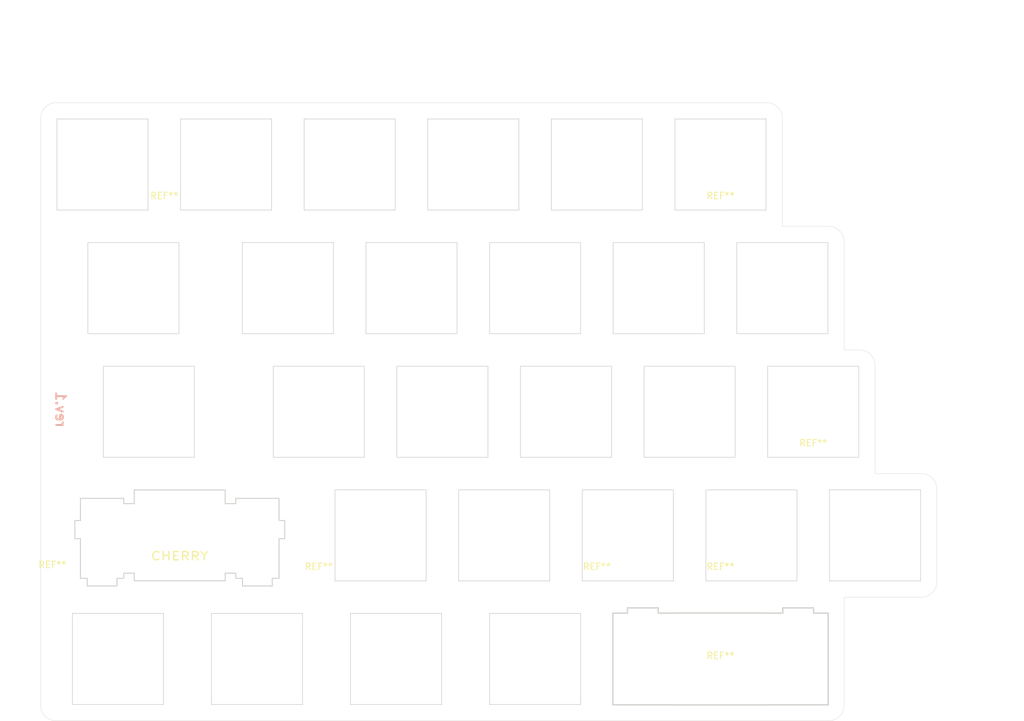
<source format=kicad_pcb>
(kicad_pcb (version 20171130) (host pcbnew 5.1.2-f72e74a~84~ubuntu18.04.1)

  (general
    (thickness 1.6)
    (drawings 23)
    (tracks 0)
    (zones 0)
    (modules 36)
    (nets 1)
  )

  (page A4)
  (layers
    (0 F.Cu signal)
    (31 B.Cu signal)
    (32 B.Adhes user)
    (33 F.Adhes user)
    (34 B.Paste user)
    (35 F.Paste user)
    (36 B.SilkS user)
    (37 F.SilkS user)
    (38 B.Mask user)
    (39 F.Mask user)
    (40 Dwgs.User user)
    (41 Cmts.User user)
    (42 Eco1.User user)
    (43 Eco2.User user)
    (44 Edge.Cuts user)
    (45 Margin user)
    (46 B.CrtYd user)
    (47 F.CrtYd user)
    (48 B.Fab user)
    (49 F.Fab user)
  )

  (setup
    (last_trace_width 0.25)
    (trace_clearance 0.2)
    (zone_clearance 0.508)
    (zone_45_only no)
    (trace_min 0.2)
    (via_size 0.8)
    (via_drill 0.4)
    (via_min_size 0.4)
    (via_min_drill 0.3)
    (uvia_size 0.3)
    (uvia_drill 0.1)
    (uvias_allowed no)
    (uvia_min_size 0.2)
    (uvia_min_drill 0.1)
    (edge_width 0.05)
    (segment_width 0.2)
    (pcb_text_width 0.3)
    (pcb_text_size 1.5 1.5)
    (mod_edge_width 0.12)
    (mod_text_size 1 1)
    (mod_text_width 0.15)
    (pad_size 3.7 3.7)
    (pad_drill 3.7)
    (pad_to_mask_clearance 0.051)
    (solder_mask_min_width 0.25)
    (aux_axis_origin 0 0)
    (grid_origin 80.75 57)
    (visible_elements FFFFFF7F)
    (pcbplotparams
      (layerselection 0x01050_fffffffe)
      (usegerberextensions true)
      (usegerberattributes false)
      (usegerberadvancedattributes false)
      (creategerberjobfile false)
      (excludeedgelayer true)
      (linewidth 0.100000)
      (plotframeref false)
      (viasonmask false)
      (mode 1)
      (useauxorigin false)
      (hpglpennumber 1)
      (hpglpenspeed 20)
      (hpglpendiameter 15.000000)
      (psnegative false)
      (psa4output false)
      (plotreference true)
      (plotvalue true)
      (plotinvisibletext false)
      (padsonsilk false)
      (subtractmaskfromsilk true)
      (outputformat 1)
      (mirror false)
      (drillshape 0)
      (scaleselection 1)
      (outputdirectory "../../tmp/top-left/"))
  )

  (net 0 "")

  (net_class Default "これはデフォルトのネット クラスです。"
    (clearance 0.2)
    (trace_width 0.25)
    (via_dia 0.8)
    (via_drill 0.4)
    (uvia_dia 0.3)
    (uvia_drill 0.1)
  )

  (net_class Power ""
    (clearance 0.2)
    (trace_width 0.5)
    (via_dia 0.8)
    (via_drill 0.4)
    (uvia_dia 0.3)
    (uvia_drill 0.1)
  )

  (module lib:MX_CUTOUT (layer F.Cu) (tedit 5BCAE12D) (tstamp 5CFEA33E)
    (at 185.25 66.5)
    (fp_text reference MX_CUTOUT (at 0 1.5) (layer F.SilkS) hide
      (effects (font (size 1 1) (thickness 0.15)))
    )
    (fp_text value VAL** (at 0 0) (layer F.SilkS) hide
      (effects (font (size 1 1) (thickness 0.15)))
    )
    (fp_line (start 7 7) (end 7 -7) (layer Edge.Cuts) (width 0.1))
    (fp_line (start -7 7) (end 7 7) (layer Edge.Cuts) (width 0.1))
    (fp_line (start -7 -7) (end -7 7) (layer Edge.Cuts) (width 0.1))
    (fp_line (start 7 -7) (end -7 -7) (layer Edge.Cuts) (width 0.1))
  )

  (module lib:MX_CUTOUT (layer F.Cu) (tedit 5BCAE12D) (tstamp 5CFEA320)
    (at 166.25 66.5)
    (fp_text reference MX_CUTOUT (at 0 1.5) (layer F.SilkS) hide
      (effects (font (size 1 1) (thickness 0.15)))
    )
    (fp_text value VAL** (at 0 0) (layer F.SilkS) hide
      (effects (font (size 1 1) (thickness 0.15)))
    )
    (fp_line (start 7 7) (end 7 -7) (layer Edge.Cuts) (width 0.1))
    (fp_line (start -7 7) (end 7 7) (layer Edge.Cuts) (width 0.1))
    (fp_line (start -7 -7) (end -7 7) (layer Edge.Cuts) (width 0.1))
    (fp_line (start 7 -7) (end -7 -7) (layer Edge.Cuts) (width 0.1))
  )

  (module lib:MX_CUTOUT (layer F.Cu) (tedit 5BCAE12D) (tstamp 5CFEA20B)
    (at 194.75 85.5)
    (fp_text reference MX_CUTOUT (at 0 1.5) (layer F.SilkS) hide
      (effects (font (size 1 1) (thickness 0.15)))
    )
    (fp_text value VAL** (at 0 0) (layer F.SilkS) hide
      (effects (font (size 1 1) (thickness 0.15)))
    )
    (fp_line (start 7 7) (end 7 -7) (layer Edge.Cuts) (width 0.1))
    (fp_line (start -7 7) (end 7 7) (layer Edge.Cuts) (width 0.1))
    (fp_line (start -7 -7) (end -7 7) (layer Edge.Cuts) (width 0.1))
    (fp_line (start 7 -7) (end -7 -7) (layer Edge.Cuts) (width 0.1))
  )

  (module lib:MX_CUTOUT (layer F.Cu) (tedit 5BCAE12D) (tstamp 5CFEA1ED)
    (at 175.75 85.5)
    (fp_text reference MX_CUTOUT (at 0 1.5) (layer F.SilkS) hide
      (effects (font (size 1 1) (thickness 0.15)))
    )
    (fp_text value VAL** (at 0 0) (layer F.SilkS) hide
      (effects (font (size 1 1) (thickness 0.15)))
    )
    (fp_line (start 7 7) (end 7 -7) (layer Edge.Cuts) (width 0.1))
    (fp_line (start -7 7) (end 7 7) (layer Edge.Cuts) (width 0.1))
    (fp_line (start -7 -7) (end -7 7) (layer Edge.Cuts) (width 0.1))
    (fp_line (start 7 -7) (end -7 -7) (layer Edge.Cuts) (width 0.1))
  )

  (module lib:MX_CUTOUT (layer F.Cu) (tedit 5BCAE12D) (tstamp 5CFEA1A1)
    (at 156.75 85.5)
    (fp_text reference MX_CUTOUT (at 0 1.5) (layer F.SilkS) hide
      (effects (font (size 1 1) (thickness 0.15)))
    )
    (fp_text value VAL** (at 0 0) (layer F.SilkS) hide
      (effects (font (size 1 1) (thickness 0.15)))
    )
    (fp_line (start 7 7) (end 7 -7) (layer Edge.Cuts) (width 0.1))
    (fp_line (start -7 7) (end 7 7) (layer Edge.Cuts) (width 0.1))
    (fp_line (start -7 -7) (end -7 7) (layer Edge.Cuts) (width 0.1))
    (fp_line (start 7 -7) (end -7 -7) (layer Edge.Cuts) (width 0.1))
  )

  (module lib:MX_CUTOUT (layer F.Cu) (tedit 5BCAE12D) (tstamp 5CFEA08E)
    (at 199.5 104.5)
    (fp_text reference MX_CUTOUT (at 0 1.5) (layer F.SilkS) hide
      (effects (font (size 1 1) (thickness 0.15)))
    )
    (fp_text value VAL** (at 0 0) (layer F.SilkS) hide
      (effects (font (size 1 1) (thickness 0.15)))
    )
    (fp_line (start 7 7) (end 7 -7) (layer Edge.Cuts) (width 0.1))
    (fp_line (start -7 7) (end 7 7) (layer Edge.Cuts) (width 0.1))
    (fp_line (start -7 -7) (end -7 7) (layer Edge.Cuts) (width 0.1))
    (fp_line (start 7 -7) (end -7 -7) (layer Edge.Cuts) (width 0.1))
  )

  (module lib:MX_CUTOUT (layer F.Cu) (tedit 5BCAE12D) (tstamp 5CFEA070)
    (at 209 123.5)
    (fp_text reference MX_CUTOUT (at 0 1.5) (layer F.SilkS) hide
      (effects (font (size 1 1) (thickness 0.15)))
    )
    (fp_text value VAL** (at 0 0) (layer F.SilkS) hide
      (effects (font (size 1 1) (thickness 0.15)))
    )
    (fp_line (start 7 7) (end 7 -7) (layer Edge.Cuts) (width 0.1))
    (fp_line (start -7 7) (end 7 7) (layer Edge.Cuts) (width 0.1))
    (fp_line (start -7 -7) (end -7 7) (layer Edge.Cuts) (width 0.1))
    (fp_line (start 7 -7) (end -7 -7) (layer Edge.Cuts) (width 0.1))
  )

  (module lib:MX_CUTOUT (layer F.Cu) (tedit 5BCAE12D) (tstamp 5CFEA052)
    (at 161.5 104.5)
    (fp_text reference MX_CUTOUT (at 0 1.5) (layer F.SilkS) hide
      (effects (font (size 1 1) (thickness 0.15)))
    )
    (fp_text value VAL** (at 0 0) (layer F.SilkS) hide
      (effects (font (size 1 1) (thickness 0.15)))
    )
    (fp_line (start 7 7) (end 7 -7) (layer Edge.Cuts) (width 0.1))
    (fp_line (start -7 7) (end 7 7) (layer Edge.Cuts) (width 0.1))
    (fp_line (start -7 -7) (end -7 7) (layer Edge.Cuts) (width 0.1))
    (fp_line (start 7 -7) (end -7 -7) (layer Edge.Cuts) (width 0.1))
  )

  (module lib:MX_CUTOUT (layer F.Cu) (tedit 5BCAE12D) (tstamp 5CFEA034)
    (at 180.5 104.5)
    (fp_text reference MX_CUTOUT (at 0 1.5) (layer F.SilkS) hide
      (effects (font (size 1 1) (thickness 0.15)))
    )
    (fp_text value VAL** (at 0 0) (layer F.SilkS) hide
      (effects (font (size 1 1) (thickness 0.15)))
    )
    (fp_line (start 7 7) (end 7 -7) (layer Edge.Cuts) (width 0.1))
    (fp_line (start -7 7) (end 7 7) (layer Edge.Cuts) (width 0.1))
    (fp_line (start -7 -7) (end -7 7) (layer Edge.Cuts) (width 0.1))
    (fp_line (start 7 -7) (end -7 -7) (layer Edge.Cuts) (width 0.1))
  )

  (module lib:MX_CUTOUT (layer F.Cu) (tedit 5BCAE12D) (tstamp 5CFEA016)
    (at 190 123.5)
    (fp_text reference MX_CUTOUT (at 0 1.5) (layer F.SilkS) hide
      (effects (font (size 1 1) (thickness 0.15)))
    )
    (fp_text value VAL** (at 0 0) (layer F.SilkS) hide
      (effects (font (size 1 1) (thickness 0.15)))
    )
    (fp_line (start 7 7) (end 7 -7) (layer Edge.Cuts) (width 0.1))
    (fp_line (start -7 7) (end 7 7) (layer Edge.Cuts) (width 0.1))
    (fp_line (start -7 -7) (end -7 7) (layer Edge.Cuts) (width 0.1))
    (fp_line (start 7 -7) (end -7 -7) (layer Edge.Cuts) (width 0.1))
  )

  (module lib:MX_CUTOUT (layer F.Cu) (tedit 5BCAE12D) (tstamp 5CFE9FF8)
    (at 171 123.5)
    (fp_text reference MX_CUTOUT (at 0 1.5) (layer F.SilkS) hide
      (effects (font (size 1 1) (thickness 0.15)))
    )
    (fp_text value VAL** (at 0 0) (layer F.SilkS) hide
      (effects (font (size 1 1) (thickness 0.15)))
    )
    (fp_line (start 7 7) (end 7 -7) (layer Edge.Cuts) (width 0.1))
    (fp_line (start -7 7) (end 7 7) (layer Edge.Cuts) (width 0.1))
    (fp_line (start -7 -7) (end -7 7) (layer Edge.Cuts) (width 0.1))
    (fp_line (start 7 -7) (end -7 -7) (layer Edge.Cuts) (width 0.1))
  )

  (module lib:MX_CUTOUT (layer F.Cu) (tedit 5BCAE12D) (tstamp 5CFE9FDA)
    (at 152 123.5)
    (fp_text reference MX_CUTOUT (at 0 1.5) (layer F.SilkS) hide
      (effects (font (size 1 1) (thickness 0.15)))
    )
    (fp_text value VAL** (at 0 0) (layer F.SilkS) hide
      (effects (font (size 1 1) (thickness 0.15)))
    )
    (fp_line (start 7 7) (end 7 -7) (layer Edge.Cuts) (width 0.1))
    (fp_line (start -7 7) (end 7 7) (layer Edge.Cuts) (width 0.1))
    (fp_line (start -7 -7) (end -7 7) (layer Edge.Cuts) (width 0.1))
    (fp_line (start 7 -7) (end -7 -7) (layer Edge.Cuts) (width 0.1))
  )

  (module lib:MX_CUTOUT (layer F.Cu) (tedit 5BCAE12D) (tstamp 5CFE9FBC)
    (at 156.75 142.5)
    (fp_text reference MX_CUTOUT (at 0 1.5) (layer F.SilkS) hide
      (effects (font (size 1 1) (thickness 0.15)))
    )
    (fp_text value VAL** (at 0 0) (layer F.SilkS) hide
      (effects (font (size 1 1) (thickness 0.15)))
    )
    (fp_line (start 7 7) (end 7 -7) (layer Edge.Cuts) (width 0.1))
    (fp_line (start -7 7) (end 7 7) (layer Edge.Cuts) (width 0.1))
    (fp_line (start -7 -7) (end -7 7) (layer Edge.Cuts) (width 0.1))
    (fp_line (start 7 -7) (end -7 -7) (layer Edge.Cuts) (width 0.1))
  )

  (module lib:MX_CUTOUT (layer F.Cu) (tedit 5BCAE12D) (tstamp 5CFE9F9E)
    (at 135.375 142.5)
    (fp_text reference MX_CUTOUT (at 0 1.5) (layer F.SilkS) hide
      (effects (font (size 1 1) (thickness 0.15)))
    )
    (fp_text value VAL** (at 0 0) (layer F.SilkS) hide
      (effects (font (size 1 1) (thickness 0.15)))
    )
    (fp_line (start 7 7) (end 7 -7) (layer Edge.Cuts) (width 0.1))
    (fp_line (start -7 7) (end 7 7) (layer Edge.Cuts) (width 0.1))
    (fp_line (start -7 -7) (end -7 7) (layer Edge.Cuts) (width 0.1))
    (fp_line (start 7 -7) (end -7 -7) (layer Edge.Cuts) (width 0.1))
  )

  (module lib:MX_CUTOUT (layer F.Cu) (tedit 5BCAE12D) (tstamp 5CFE9F80)
    (at 92.625 142.5)
    (fp_text reference MX_CUTOUT (at 0 1.5) (layer F.SilkS) hide
      (effects (font (size 1 1) (thickness 0.15)))
    )
    (fp_text value VAL** (at 0 0) (layer F.SilkS) hide
      (effects (font (size 1 1) (thickness 0.15)))
    )
    (fp_line (start 7 7) (end 7 -7) (layer Edge.Cuts) (width 0.1))
    (fp_line (start -7 7) (end 7 7) (layer Edge.Cuts) (width 0.1))
    (fp_line (start -7 -7) (end -7 7) (layer Edge.Cuts) (width 0.1))
    (fp_line (start 7 -7) (end -7 -7) (layer Edge.Cuts) (width 0.1))
  )

  (module lib:MX_CUTOUT (layer F.Cu) (tedit 5BCAE12D) (tstamp 5CFE9F62)
    (at 114 142.5)
    (fp_text reference MX_CUTOUT (at 0 1.5) (layer F.SilkS) hide
      (effects (font (size 1 1) (thickness 0.15)))
    )
    (fp_text value VAL** (at 0 0) (layer F.SilkS) hide
      (effects (font (size 1 1) (thickness 0.15)))
    )
    (fp_line (start 7 7) (end 7 -7) (layer Edge.Cuts) (width 0.1))
    (fp_line (start -7 7) (end 7 7) (layer Edge.Cuts) (width 0.1))
    (fp_line (start -7 -7) (end -7 7) (layer Edge.Cuts) (width 0.1))
    (fp_line (start 7 -7) (end -7 -7) (layer Edge.Cuts) (width 0.1))
  )

  (module lib:MX_CUTOUT (layer F.Cu) (tedit 5BCAE12D) (tstamp 5CFE9F44)
    (at 133 123.5)
    (fp_text reference MX_CUTOUT (at 0 1.5) (layer F.SilkS) hide
      (effects (font (size 1 1) (thickness 0.15)))
    )
    (fp_text value VAL** (at 0 0) (layer F.SilkS) hide
      (effects (font (size 1 1) (thickness 0.15)))
    )
    (fp_line (start 7 7) (end 7 -7) (layer Edge.Cuts) (width 0.1))
    (fp_line (start -7 7) (end 7 7) (layer Edge.Cuts) (width 0.1))
    (fp_line (start -7 -7) (end -7 7) (layer Edge.Cuts) (width 0.1))
    (fp_line (start 7 -7) (end -7 -7) (layer Edge.Cuts) (width 0.1))
  )

  (module lib:MX_CUTOUT (layer F.Cu) (tedit 5BCAE12D) (tstamp 5CFE9F26)
    (at 142.5 104.5)
    (fp_text reference MX_CUTOUT (at 0 1.5) (layer F.SilkS) hide
      (effects (font (size 1 1) (thickness 0.15)))
    )
    (fp_text value VAL** (at 0 0) (layer F.SilkS) hide
      (effects (font (size 1 1) (thickness 0.15)))
    )
    (fp_line (start 7 7) (end 7 -7) (layer Edge.Cuts) (width 0.1))
    (fp_line (start -7 7) (end 7 7) (layer Edge.Cuts) (width 0.1))
    (fp_line (start -7 -7) (end -7 7) (layer Edge.Cuts) (width 0.1))
    (fp_line (start 7 -7) (end -7 -7) (layer Edge.Cuts) (width 0.1))
  )

  (module lib:MX_CUTOUT (layer F.Cu) (tedit 5BCAE12D) (tstamp 5CFE9F08)
    (at 123.5 104.5)
    (fp_text reference MX_CUTOUT (at 0 1.5) (layer F.SilkS) hide
      (effects (font (size 1 1) (thickness 0.15)))
    )
    (fp_text value VAL** (at 0 0) (layer F.SilkS) hide
      (effects (font (size 1 1) (thickness 0.15)))
    )
    (fp_line (start 7 7) (end 7 -7) (layer Edge.Cuts) (width 0.1))
    (fp_line (start -7 7) (end 7 7) (layer Edge.Cuts) (width 0.1))
    (fp_line (start -7 -7) (end -7 7) (layer Edge.Cuts) (width 0.1))
    (fp_line (start 7 -7) (end -7 -7) (layer Edge.Cuts) (width 0.1))
  )

  (module lib:MX_CUTOUT (layer F.Cu) (tedit 5BCAE12D) (tstamp 5CFE9EEA)
    (at 137.75 85.5)
    (fp_text reference MX_CUTOUT (at 0 1.5) (layer F.SilkS) hide
      (effects (font (size 1 1) (thickness 0.15)))
    )
    (fp_text value VAL** (at 0 0) (layer F.SilkS) hide
      (effects (font (size 1 1) (thickness 0.15)))
    )
    (fp_line (start 7 7) (end 7 -7) (layer Edge.Cuts) (width 0.1))
    (fp_line (start -7 7) (end 7 7) (layer Edge.Cuts) (width 0.1))
    (fp_line (start -7 -7) (end -7 7) (layer Edge.Cuts) (width 0.1))
    (fp_line (start 7 -7) (end -7 -7) (layer Edge.Cuts) (width 0.1))
  )

  (module lib:MX_CUTOUT (layer F.Cu) (tedit 5BCAE12D) (tstamp 5CFE9ECC)
    (at 118.75 85.5)
    (fp_text reference MX_CUTOUT (at 0 1.5) (layer F.SilkS) hide
      (effects (font (size 1 1) (thickness 0.15)))
    )
    (fp_text value VAL** (at 0 0) (layer F.SilkS) hide
      (effects (font (size 1 1) (thickness 0.15)))
    )
    (fp_line (start 7 7) (end 7 -7) (layer Edge.Cuts) (width 0.1))
    (fp_line (start -7 7) (end 7 7) (layer Edge.Cuts) (width 0.1))
    (fp_line (start -7 -7) (end -7 7) (layer Edge.Cuts) (width 0.1))
    (fp_line (start 7 -7) (end -7 -7) (layer Edge.Cuts) (width 0.1))
  )

  (module lib:MX_CUTOUT (layer F.Cu) (tedit 5BCAE12D) (tstamp 5CFE9EAE)
    (at 147.25 66.5)
    (fp_text reference MX_CUTOUT (at 0 1.5) (layer F.SilkS) hide
      (effects (font (size 1 1) (thickness 0.15)))
    )
    (fp_text value VAL** (at 0 0) (layer F.SilkS) hide
      (effects (font (size 1 1) (thickness 0.15)))
    )
    (fp_line (start 7 7) (end 7 -7) (layer Edge.Cuts) (width 0.1))
    (fp_line (start -7 7) (end 7 7) (layer Edge.Cuts) (width 0.1))
    (fp_line (start -7 -7) (end -7 7) (layer Edge.Cuts) (width 0.1))
    (fp_line (start 7 -7) (end -7 -7) (layer Edge.Cuts) (width 0.1))
  )

  (module lib:MX_CUTOUT (layer F.Cu) (tedit 5BCAE12D) (tstamp 5CFE9E90)
    (at 128.25 66.5)
    (fp_text reference MX_CUTOUT (at 0 1.5) (layer F.SilkS) hide
      (effects (font (size 1 1) (thickness 0.15)))
    )
    (fp_text value VAL** (at 0 0) (layer F.SilkS) hide
      (effects (font (size 1 1) (thickness 0.15)))
    )
    (fp_line (start 7 7) (end 7 -7) (layer Edge.Cuts) (width 0.1))
    (fp_line (start -7 7) (end 7 7) (layer Edge.Cuts) (width 0.1))
    (fp_line (start -7 -7) (end -7 7) (layer Edge.Cuts) (width 0.1))
    (fp_line (start 7 -7) (end -7 -7) (layer Edge.Cuts) (width 0.1))
  )

  (module lib:MX_CUTOUT (layer F.Cu) (tedit 5BCAE12D) (tstamp 5CFE9E72)
    (at 109.25 66.5)
    (fp_text reference MX_CUTOUT (at 0 1.5) (layer F.SilkS) hide
      (effects (font (size 1 1) (thickness 0.15)))
    )
    (fp_text value VAL** (at 0 0) (layer F.SilkS) hide
      (effects (font (size 1 1) (thickness 0.15)))
    )
    (fp_line (start 7 7) (end 7 -7) (layer Edge.Cuts) (width 0.1))
    (fp_line (start -7 7) (end 7 7) (layer Edge.Cuts) (width 0.1))
    (fp_line (start -7 -7) (end -7 7) (layer Edge.Cuts) (width 0.1))
    (fp_line (start 7 -7) (end -7 -7) (layer Edge.Cuts) (width 0.1))
  )

  (module lib:MX_CUTOUT (layer F.Cu) (tedit 5BCAE12D) (tstamp 5CFE9E54)
    (at 90.25 66.5)
    (fp_text reference MX_CUTOUT (at 0 1.5) (layer F.SilkS) hide
      (effects (font (size 1 1) (thickness 0.15)))
    )
    (fp_text value VAL** (at 0 0) (layer F.SilkS) hide
      (effects (font (size 1 1) (thickness 0.15)))
    )
    (fp_line (start 7 7) (end 7 -7) (layer Edge.Cuts) (width 0.1))
    (fp_line (start -7 7) (end 7 7) (layer Edge.Cuts) (width 0.1))
    (fp_line (start -7 -7) (end -7 7) (layer Edge.Cuts) (width 0.1))
    (fp_line (start 7 -7) (end -7 -7) (layer Edge.Cuts) (width 0.1))
  )

  (module lib:MX_CUTOUT (layer F.Cu) (tedit 5BCAE12D) (tstamp 5CFE9E36)
    (at 95 85.5)
    (fp_text reference MX_CUTOUT (at 0 1.5) (layer F.SilkS) hide
      (effects (font (size 1 1) (thickness 0.15)))
    )
    (fp_text value VAL** (at 0 0) (layer F.SilkS) hide
      (effects (font (size 1 1) (thickness 0.15)))
    )
    (fp_line (start 7 7) (end 7 -7) (layer Edge.Cuts) (width 0.1))
    (fp_line (start -7 7) (end 7 7) (layer Edge.Cuts) (width 0.1))
    (fp_line (start -7 -7) (end -7 7) (layer Edge.Cuts) (width 0.1))
    (fp_line (start 7 -7) (end -7 -7) (layer Edge.Cuts) (width 0.1))
  )

  (module lib:MX_CUTOUT (layer F.Cu) (tedit 5BCAE12D) (tstamp 5CFE9E18)
    (at 97.375 104.5)
    (fp_text reference MX_CUTOUT (at 0 1.5) (layer F.SilkS) hide
      (effects (font (size 1 1) (thickness 0.15)))
    )
    (fp_text value VAL** (at 0 0) (layer F.SilkS) hide
      (effects (font (size 1 1) (thickness 0.15)))
    )
    (fp_line (start 7 7) (end 7 -7) (layer Edge.Cuts) (width 0.1))
    (fp_line (start -7 7) (end 7 7) (layer Edge.Cuts) (width 0.1))
    (fp_line (start -7 -7) (end -7 7) (layer Edge.Cuts) (width 0.1))
    (fp_line (start 7 -7) (end -7 -7) (layer Edge.Cuts) (width 0.1))
  )

  (module MountingHole:MountingHole_3.7mm (layer F.Cu) (tedit 56D1B4CB) (tstamp 5D03E9A8)
    (at 99.75 76)
    (descr "Mounting Hole 3.7mm, no annular")
    (tags "mounting hole 3.7mm no annular")
    (attr virtual)
    (fp_text reference REF** (at 0 -4.7) (layer F.SilkS)
      (effects (font (size 1 1) (thickness 0.15)))
    )
    (fp_text value MountingHole_3.7mm (at 0 4.7) (layer F.Fab)
      (effects (font (size 1 1) (thickness 0.15)))
    )
    (fp_circle (center 0 0) (end 3.95 0) (layer F.CrtYd) (width 0.05))
    (fp_circle (center 0 0) (end 3.7 0) (layer Cmts.User) (width 0.15))
    (fp_text user %R (at 0.3 0) (layer F.Fab)
      (effects (font (size 1 1) (thickness 0.15)))
    )
    (pad 1 np_thru_hole circle (at 0 0) (size 3.7 3.7) (drill 3.7) (layers *.Cu *.Mask))
  )

  (module MountingHole:MountingHole_3.7mm (layer F.Cu) (tedit 56D1B4CB) (tstamp 5D03E99A)
    (at 185.25 76)
    (descr "Mounting Hole 3.7mm, no annular")
    (tags "mounting hole 3.7mm no annular")
    (attr virtual)
    (fp_text reference REF** (at 0 -4.7) (layer F.SilkS)
      (effects (font (size 1 1) (thickness 0.15)))
    )
    (fp_text value MountingHole_3.7mm (at 0 4.7) (layer F.Fab)
      (effects (font (size 1 1) (thickness 0.15)))
    )
    (fp_text user %R (at 0.3 0) (layer F.Fab)
      (effects (font (size 1 1) (thickness 0.15)))
    )
    (fp_circle (center 0 0) (end 3.7 0) (layer Cmts.User) (width 0.15))
    (fp_circle (center 0 0) (end 3.95 0) (layer F.CrtYd) (width 0.05))
    (pad 1 np_thru_hole circle (at 0 0) (size 3.7 3.7) (drill 3.7) (layers *.Cu *.Mask))
  )

  (module MountingHole:MountingHole_3.7mm (layer F.Cu) (tedit 56D1B4CB) (tstamp 5D03E98C)
    (at 199.5 114)
    (descr "Mounting Hole 3.7mm, no annular")
    (tags "mounting hole 3.7mm no annular")
    (attr virtual)
    (fp_text reference REF** (at 0 -4.7) (layer F.SilkS)
      (effects (font (size 1 1) (thickness 0.15)))
    )
    (fp_text value MountingHole_3.7mm (at 0 4.7) (layer F.Fab)
      (effects (font (size 1 1) (thickness 0.15)))
    )
    (fp_circle (center 0 0) (end 3.95 0) (layer F.CrtYd) (width 0.05))
    (fp_circle (center 0 0) (end 3.7 0) (layer Cmts.User) (width 0.15))
    (fp_text user %R (at 0.3 0) (layer F.Fab)
      (effects (font (size 1 1) (thickness 0.15)))
    )
    (pad 1 np_thru_hole circle (at 0 0) (size 3.7 3.7) (drill 3.7) (layers *.Cu *.Mask))
  )

  (module MountingHole:MountingHole_3.7mm (layer F.Cu) (tedit 56D1B4CB) (tstamp 5D03E97E)
    (at 185.25 133)
    (descr "Mounting Hole 3.7mm, no annular")
    (tags "mounting hole 3.7mm no annular")
    (attr virtual)
    (fp_text reference REF** (at 0 -4.7) (layer F.SilkS)
      (effects (font (size 1 1) (thickness 0.15)))
    )
    (fp_text value MountingHole_3.7mm (at 0 4.7) (layer F.Fab)
      (effects (font (size 1 1) (thickness 0.15)))
    )
    (fp_text user %R (at 0.3 0) (layer F.Fab)
      (effects (font (size 1 1) (thickness 0.15)))
    )
    (fp_circle (center 0 0) (end 3.7 0) (layer Cmts.User) (width 0.15))
    (fp_circle (center 0 0) (end 3.95 0) (layer F.CrtYd) (width 0.05))
    (pad 1 np_thru_hole circle (at 0 0) (size 3.7 3.7) (drill 3.7) (layers *.Cu *.Mask))
  )

  (module MountingHole:MountingHole_3.7mm (layer F.Cu) (tedit 56D1B4CB) (tstamp 5D03E975)
    (at 166.25 133)
    (descr "Mounting Hole 3.7mm, no annular")
    (tags "mounting hole 3.7mm no annular")
    (attr virtual)
    (fp_text reference REF** (at 0 -4.7) (layer F.SilkS)
      (effects (font (size 1 1) (thickness 0.15)))
    )
    (fp_text value MountingHole_3.7mm (at 0 4.7) (layer F.Fab)
      (effects (font (size 1 1) (thickness 0.15)))
    )
    (fp_circle (center 0 0) (end 3.95 0) (layer F.CrtYd) (width 0.05))
    (fp_circle (center 0 0) (end 3.7 0) (layer Cmts.User) (width 0.15))
    (fp_text user %R (at 0.3 0) (layer F.Fab)
      (effects (font (size 1 1) (thickness 0.15)))
    )
    (pad 1 np_thru_hole circle (at 0 0) (size 3.7 3.7) (drill 3.7) (layers *.Cu *.Mask))
  )

  (module MountingHole:MountingHole_3.7mm (layer F.Cu) (tedit 5D038447) (tstamp 5D03E92F)
    (at 123.5 133)
    (descr "Mounting Hole 3.7mm, no annular")
    (tags "mounting hole 3.7mm no annular")
    (attr virtual)
    (fp_text reference REF** (at 0 -4.7) (layer F.SilkS)
      (effects (font (size 1 1) (thickness 0.15)))
    )
    (fp_text value MountingHole_3.7mm (at 0 4.7) (layer F.Fab)
      (effects (font (size 1 1) (thickness 0.15)))
    )
    (fp_circle (center 0 0) (end 3.95 0) (layer F.CrtYd) (width 0.05))
    (fp_circle (center 0 0) (end 3.7 0) (layer Cmts.User) (width 0.15))
    (fp_text user %R (at 0.3 0) (layer F.Fab)
      (effects (font (size 1 1) (thickness 0.15)))
    )
    (pad "" np_thru_hole circle (at 0 0) (size 3.7 3.7) (drill 3.7) (layers *.Cu *.Mask))
  )

  (module MountingHole:MountingHole_3.7mm (layer F.Cu) (tedit 5D0383C5) (tstamp 5D03E83B)
    (at 82.55 132.715)
    (descr "Mounting Hole 3.7mm, no annular")
    (tags "mounting hole 3.7mm no annular")
    (attr virtual)
    (fp_text reference REF** (at 0 -4.7) (layer F.SilkS)
      (effects (font (size 1 1) (thickness 0.15)))
    )
    (fp_text value MountingHole_3.7mm (at 0 4.7) (layer F.Fab)
      (effects (font (size 1 1) (thickness 0.15)))
    )
    (fp_circle (center 0 0) (end 3.95 0) (layer F.CrtYd) (width 0.05))
    (fp_circle (center 0 0) (end 3.7 0) (layer Cmts.User) (width 0.15))
    (fp_text user %R (at 0.3 0) (layer F.Fab)
      (effects (font (size 1 1) (thickness 0.15)))
    )
    (pad "" np_thru_hole circle (at 1.985 0.285) (size 3.7 3.7) (drill 3.7) (layers *.Cu *.Mask))
  )

  (module lib:MX_PCB_CUTOUT (layer F.Cu) (tedit 5CF1E477) (tstamp 5D0160C9)
    (at 102.125 123.5)
    (fp_text reference CHERRY (at 0 3.175) (layer F.SilkS)
      (effects (font (size 1.27 1.524) (thickness 0.2032)))
    )
    (fp_text value MX (at 0 5.08) (layer F.SilkS) hide
      (effects (font (size 1.27 1.524) (thickness 0.2032)))
    )
    (fp_circle (center 11.938 8.255) (end 13.938 8.255) (layer Dwgs.User) (width 0.12))
    (fp_circle (center -11.938 8.255) (end -9.938 8.255) (layer Dwgs.User) (width 0.12))
    (fp_circle (center -11.938 -6.985) (end -10.438 -6.985) (layer Dwgs.User) (width 0.12))
    (fp_circle (center 11.938 -6.985) (end 13.438 -6.985) (layer Dwgs.User) (width 0.12))
    (fp_circle (center 0 0) (end 2 0) (layer Dwgs.User) (width 0.12))
    (fp_line (start -6.985 -6.985) (end 6.985 -6.985) (layer Edge.Cuts) (width 0.1524))
    (fp_line (start 6.985 -6.985) (end 6.985 -4.8768) (layer Edge.Cuts) (width 0.1524))
    (fp_line (start 6.985 -4.8768) (end 8.6106 -4.8768) (layer Edge.Cuts) (width 0.1524))
    (fp_line (start 8.6106 -4.8768) (end 8.6106 -5.6896) (layer Edge.Cuts) (width 0.1524))
    (fp_line (start 8.6106 -5.6896) (end 15.2654 -5.6896) (layer Edge.Cuts) (width 0.1524))
    (fp_line (start 15.2654 -5.6896) (end 15.2654 -2.286) (layer Edge.Cuts) (width 0.1524))
    (fp_line (start 15.2654 -2.286) (end 16.129 -2.286) (layer Edge.Cuts) (width 0.1524))
    (fp_line (start 16.129 -2.286) (end 16.129 0.508) (layer Edge.Cuts) (width 0.1524))
    (fp_line (start 16.129 0.508) (end 15.2654 0.508) (layer Edge.Cuts) (width 0.1524))
    (fp_line (start 15.2654 0.508) (end 15.2654 6.604) (layer Edge.Cuts) (width 0.1524))
    (fp_line (start 15.2654 6.604) (end 14.224 6.604) (layer Edge.Cuts) (width 0.1524))
    (fp_line (start 14.224 6.604) (end 14.224 7.7724) (layer Edge.Cuts) (width 0.1524))
    (fp_line (start 14.224 7.7724) (end 9.652 7.7724) (layer Edge.Cuts) (width 0.1524))
    (fp_line (start 9.652 7.7724) (end 9.652 6.604) (layer Edge.Cuts) (width 0.1524))
    (fp_line (start 9.652 6.604) (end 8.6106 6.604) (layer Edge.Cuts) (width 0.1524))
    (fp_line (start 8.6106 6.604) (end 8.6106 5.8166) (layer Edge.Cuts) (width 0.1524))
    (fp_line (start 8.6106 5.8166) (end 6.985 5.8166) (layer Edge.Cuts) (width 0.1524))
    (fp_line (start 6.985 5.8166) (end 6.985 6.985) (layer Edge.Cuts) (width 0.1524))
    (fp_line (start 6.985 6.985) (end -6.985 6.985) (layer Edge.Cuts) (width 0.1524))
    (fp_line (start -6.985 6.985) (end -6.985 5.8166) (layer Edge.Cuts) (width 0.1524))
    (fp_line (start -6.985 5.8166) (end -8.6106 5.8166) (layer Edge.Cuts) (width 0.1524))
    (fp_line (start -8.6106 5.8166) (end -8.6106 6.604) (layer Edge.Cuts) (width 0.1524))
    (fp_line (start -8.6106 6.604) (end -9.652 6.604) (layer Edge.Cuts) (width 0.1524))
    (fp_line (start -9.652 6.604) (end -9.652 7.7724) (layer Edge.Cuts) (width 0.1524))
    (fp_line (start -9.652 7.7724) (end -14.224 7.7724) (layer Edge.Cuts) (width 0.1524))
    (fp_line (start -14.224 7.7724) (end -14.224 6.604) (layer Edge.Cuts) (width 0.1524))
    (fp_line (start -14.224 6.604) (end -15.2654 6.604) (layer Edge.Cuts) (width 0.1524))
    (fp_line (start -15.2654 6.604) (end -15.2654 0.508) (layer Edge.Cuts) (width 0.1524))
    (fp_line (start -15.2654 0.508) (end -16.129 0.508) (layer Edge.Cuts) (width 0.1524))
    (fp_line (start -16.129 0.508) (end -16.129 -2.286) (layer Edge.Cuts) (width 0.1524))
    (fp_line (start -16.129 -2.286) (end -15.2654 -2.286) (layer Edge.Cuts) (width 0.1524))
    (fp_line (start -15.2654 -2.286) (end -15.2654 -5.6896) (layer Edge.Cuts) (width 0.1524))
    (fp_line (start -15.2654 -5.6896) (end -8.6106 -5.6896) (layer Edge.Cuts) (width 0.1524))
    (fp_line (start -8.6106 -5.6896) (end -8.6106 -4.8768) (layer Edge.Cuts) (width 0.1524))
    (fp_line (start -8.6106 -4.8768) (end -6.985 -4.8768) (layer Edge.Cuts) (width 0.1524))
    (fp_line (start -6.985 -4.8768) (end -6.985 -6.985) (layer Edge.Cuts) (width 0.1524))
    (fp_line (start 15.367 -7.62) (end 8.509 -7.62) (layer Cmts.User) (width 0.1524))
    (fp_line (start 8.509 -7.62) (end 8.509 7.62) (layer Cmts.User) (width 0.1524))
    (fp_line (start 8.509 7.62) (end -8.509 7.62) (layer Cmts.User) (width 0.1524))
    (fp_line (start -8.509 7.62) (end -8.509 -7.62) (layer Cmts.User) (width 0.1524))
    (fp_line (start -8.509 -7.62) (end -15.367 -7.62) (layer Cmts.User) (width 0.1524))
    (fp_line (start -15.367 -7.62) (end -15.367 10.16) (layer Cmts.User) (width 0.1524))
    (fp_line (start -15.367 10.16) (end 15.367 10.16) (layer Cmts.User) (width 0.1524))
    (fp_line (start 15.367 10.16) (end 15.367 -7.62) (layer Cmts.User) (width 0.1524))
  )

  (module lib:MX_CUTOFF_BackSpace (layer F.Cu) (tedit 5CF1F4FE) (tstamp 5CFEA572)
    (at 185.25 142.5 180)
    (fp_text reference REF** (at 0 0.5) (layer F.SilkS)
      (effects (font (size 1 1) (thickness 0.15)))
    )
    (fp_text value MX_CUTOFF_BackSpace (at 0 -0.5) (layer F.Fab)
      (effects (font (size 1 1) (thickness 0.15)))
    )
    (fp_line (start 6.985 -7.061549) (end 6.989 -7.061149) (layer Edge.Cuts) (width 0.2))
    (fp_line (start 6.980999 -7.061149) (end 6.985 -7.061549) (layer Edge.Cuts) (width 0.2))
    (fp_line (start -6.980999 -7.061149) (end 6.980999 -7.061149) (layer Edge.Cuts) (width 0.2))
    (fp_line (start -6.985 -7.061549) (end -6.980999 -7.061149) (layer Edge.Cuts) (width 0.2))
    (fp_line (start -6.989 -7.061149) (end -6.985 -7.061549) (layer Edge.Cuts) (width 0.2))
    (fp_line (start -7 -7.06005) (end -6.989 -7.061149) (layer Edge.Cuts) (width 0.2))
    (fp_line (start -7.014 -7.05565) (end -7 -7.06005) (layer Edge.Cuts) (width 0.2))
    (fp_line (start -7.025 -7.049949) (end -7.014 -7.05565) (layer Edge.Cuts) (width 0.2))
    (fp_line (start -16.497999 -7.049949) (end -7.025 -7.049949) (layer Edge.Cuts) (width 0.2))
    (fp_line (start -16.5 -7.050149) (end -16.497999 -7.049949) (layer Edge.Cuts) (width 0.2))
    (fp_line (start -16.502 -7.049949) (end -16.5 -7.050149) (layer Edge.Cuts) (width 0.2))
    (fp_line (start -16.509999 -7.04925) (end -16.502 -7.049949) (layer Edge.Cuts) (width 0.2))
    (fp_line (start -16.519 -7.04635) (end -16.509999 -7.04925) (layer Edge.Cuts) (width 0.2))
    (fp_line (start -16.527999 -7.041749) (end -16.519 -7.04635) (layer Edge.Cuts) (width 0.2))
    (fp_line (start -16.536 -7.035449) (end -16.527999 -7.041749) (layer Edge.Cuts) (width 0.2))
    (fp_line (start -16.542 -7.02785) (end -16.536 -7.035449) (layer Edge.Cuts) (width 0.2))
    (fp_line (start -16.545999 -7.019149) (end -16.542 -7.02785) (layer Edge.Cuts) (width 0.2))
    (fp_line (start -16.549 -7.009749) (end -16.545999 -7.019149) (layer Edge.Cuts) (width 0.2))
    (fp_line (start -16.55 -6.999949) (end -16.549 -7.009749) (layer Edge.Cuts) (width 0.2))
    (fp_line (start -16.55 -6.99755) (end -16.55 -6.999949) (layer Edge.Cuts) (width 0.2))
    (fp_line (start -16.55 6.99755) (end -16.55 -6.99755) (layer Edge.Cuts) (width 0.2))
    (fp_line (start -16.55 7.00005) (end -16.55 6.99755) (layer Edge.Cuts) (width 0.2))
    (fp_line (start -16.549 7.00985) (end -16.55 7.00005) (layer Edge.Cuts) (width 0.2))
    (fp_line (start -16.545999 7.01925) (end -16.549 7.00985) (layer Edge.Cuts) (width 0.2))
    (fp_line (start -16.542 7.02795) (end -16.545999 7.01925) (layer Edge.Cuts) (width 0.2))
    (fp_line (start -16.536 7.03555) (end -16.542 7.02795) (layer Edge.Cuts) (width 0.2))
    (fp_line (start -16.527999 7.041849) (end -16.536 7.03555) (layer Edge.Cuts) (width 0.2))
    (fp_line (start -16.519 7.04645) (end -16.527999 7.041849) (layer Edge.Cuts) (width 0.2))
    (fp_line (start -16.509999 7.04935) (end -16.519 7.04645) (layer Edge.Cuts) (width 0.2))
    (fp_line (start -16.502 7.050049) (end -16.509999 7.04935) (layer Edge.Cuts) (width 0.2))
    (fp_line (start -16.5 7.05025) (end -16.502 7.050049) (layer Edge.Cuts) (width 0.2))
    (fp_line (start -16.497999 7.050049) (end -16.5 7.05025) (layer Edge.Cuts) (width 0.2))
    (fp_line (start -14.3 7.050049) (end -16.497999 7.050049) (layer Edge.Cuts) (width 0.2))
    (fp_line (start -14.3 7.768749) (end -14.3 7.050049) (layer Edge.Cuts) (width 0.2))
    (fp_line (start -14.300999 7.77245) (end -14.3 7.768749) (layer Edge.Cuts) (width 0.2))
    (fp_line (start -14.299 7.78735) (end -14.300999 7.77245) (layer Edge.Cuts) (width 0.2))
    (fp_line (start -14.294999 7.801749) (end -14.299 7.78735) (layer Edge.Cuts) (width 0.2))
    (fp_line (start -14.288 7.814949) (end -14.294999 7.801749) (layer Edge.Cuts) (width 0.2))
    (fp_line (start -14.277999 7.826549) (end -14.288 7.814949) (layer Edge.Cuts) (width 0.2))
    (fp_line (start -14.267 7.83615) (end -14.277999 7.826549) (layer Edge.Cuts) (width 0.2))
    (fp_line (start -14.252999 7.84315) (end -14.267 7.83615) (layer Edge.Cuts) (width 0.2))
    (fp_line (start -14.239 7.847549) (end -14.252999 7.84315) (layer Edge.Cuts) (width 0.2))
    (fp_line (start -14.223999 7.84905) (end -14.239 7.847549) (layer Edge.Cuts) (width 0.2))
    (fp_line (start -14.22 7.84865) (end -14.223999 7.84905) (layer Edge.Cuts) (width 0.2))
    (fp_line (start -9.656 7.84865) (end -14.22 7.84865) (layer Edge.Cuts) (width 0.2))
    (fp_line (start -9.651999 7.84905) (end -9.656 7.84865) (layer Edge.Cuts) (width 0.2))
    (fp_line (start -9.647999 7.84865) (end -9.651999 7.84905) (layer Edge.Cuts) (width 0.2))
    (fp_line (start -9.637 7.847549) (end -9.647999 7.84865) (layer Edge.Cuts) (width 0.2))
    (fp_line (start -9.622999 7.84315) (end -9.637 7.847549) (layer Edge.Cuts) (width 0.2))
    (fp_line (start -9.609 7.83615) (end -9.622999 7.84315) (layer Edge.Cuts) (width 0.2))
    (fp_line (start -9.598 7.826549) (end -9.609 7.83615) (layer Edge.Cuts) (width 0.2))
    (fp_line (start -9.587999 7.814949) (end -9.598 7.826549) (layer Edge.Cuts) (width 0.2))
    (fp_line (start -9.580999 7.801749) (end -9.587999 7.814949) (layer Edge.Cuts) (width 0.2))
    (fp_line (start -9.576999 7.78735) (end -9.580999 7.801749) (layer Edge.Cuts) (width 0.2))
    (fp_line (start -9.574999 7.77245) (end -9.576999 7.78735) (layer Edge.Cuts) (width 0.2))
    (fp_line (start -9.575999 7.768749) (end -9.574999 7.77245) (layer Edge.Cuts) (width 0.2))
    (fp_line (start -9.575999 7.050049) (end -9.575999 7.768749) (layer Edge.Cuts) (width 0.2))
    (fp_line (start -7.025 7.050049) (end -9.575999 7.050049) (layer Edge.Cuts) (width 0.2))
    (fp_line (start -7.014 7.05575) (end -7.025 7.050049) (layer Edge.Cuts) (width 0.2))
    (fp_line (start -7 7.06015) (end -7.014 7.05575) (layer Edge.Cuts) (width 0.2))
    (fp_line (start -6.985 7.06165) (end -7 7.06015) (layer Edge.Cuts) (width 0.2))
    (fp_line (start -6.980999 7.06125) (end -6.985 7.06165) (layer Edge.Cuts) (width 0.2))
    (fp_line (start 6.980999 7.06125) (end -6.980999 7.06125) (layer Edge.Cuts) (width 0.2))
    (fp_line (start 6.985 7.06165) (end 6.980999 7.06125) (layer Edge.Cuts) (width 0.2))
    (fp_line (start 6.989 7.06125) (end 6.985 7.06165) (layer Edge.Cuts) (width 0.2))
    (fp_line (start 7 7.06015) (end 6.989 7.06125) (layer Edge.Cuts) (width 0.2))
    (fp_line (start 7.014 7.05575) (end 7 7.06015) (layer Edge.Cuts) (width 0.2))
    (fp_line (start 7.025 7.050049) (end 7.014 7.05575) (layer Edge.Cuts) (width 0.2))
    (fp_line (start 9.575999 7.050049) (end 7.025 7.050049) (layer Edge.Cuts) (width 0.2))
    (fp_line (start 9.575999 7.768749) (end 9.575999 7.050049) (layer Edge.Cuts) (width 0.2))
    (fp_line (start 9.574999 7.77245) (end 9.575999 7.768749) (layer Edge.Cuts) (width 0.2))
    (fp_line (start 9.576999 7.78735) (end 9.574999 7.77245) (layer Edge.Cuts) (width 0.2))
    (fp_line (start 9.580999 7.801749) (end 9.576999 7.78735) (layer Edge.Cuts) (width 0.2))
    (fp_line (start 9.587999 7.814949) (end 9.580999 7.801749) (layer Edge.Cuts) (width 0.2))
    (fp_line (start 9.598 7.826549) (end 9.587999 7.814949) (layer Edge.Cuts) (width 0.2))
    (fp_line (start 9.609 7.83615) (end 9.598 7.826549) (layer Edge.Cuts) (width 0.2))
    (fp_line (start 9.622999 7.84315) (end 9.609 7.83615) (layer Edge.Cuts) (width 0.2))
    (fp_line (start 9.637 7.847549) (end 9.622999 7.84315) (layer Edge.Cuts) (width 0.2))
    (fp_line (start 9.651999 7.84905) (end 9.637 7.847549) (layer Edge.Cuts) (width 0.2))
    (fp_line (start 9.656 7.84865) (end 9.651999 7.84905) (layer Edge.Cuts) (width 0.2))
    (fp_line (start 14.22 7.84865) (end 9.656 7.84865) (layer Edge.Cuts) (width 0.2))
    (fp_line (start 14.223999 7.84905) (end 14.22 7.84865) (layer Edge.Cuts) (width 0.2))
    (fp_line (start 14.228 7.84865) (end 14.223999 7.84905) (layer Edge.Cuts) (width 0.2))
    (fp_line (start 14.239 7.847549) (end 14.228 7.84865) (layer Edge.Cuts) (width 0.2))
    (fp_line (start 14.252999 7.84315) (end 14.239 7.847549) (layer Edge.Cuts) (width 0.2))
    (fp_line (start 14.267 7.83615) (end 14.252999 7.84315) (layer Edge.Cuts) (width 0.2))
    (fp_line (start 14.277999 7.826549) (end 14.267 7.83615) (layer Edge.Cuts) (width 0.2))
    (fp_line (start 14.288 7.814949) (end 14.277999 7.826549) (layer Edge.Cuts) (width 0.2))
    (fp_line (start 14.294999 7.801749) (end 14.288 7.814949) (layer Edge.Cuts) (width 0.2))
    (fp_line (start 14.299 7.78735) (end 14.294999 7.801749) (layer Edge.Cuts) (width 0.2))
    (fp_line (start 14.300999 7.77245) (end 14.299 7.78735) (layer Edge.Cuts) (width 0.2))
    (fp_line (start 14.3 7.768749) (end 14.300999 7.77245) (layer Edge.Cuts) (width 0.2))
    (fp_line (start 14.3 7.050049) (end 14.3 7.768749) (layer Edge.Cuts) (width 0.2))
    (fp_line (start 16.497999 7.050049) (end 14.3 7.050049) (layer Edge.Cuts) (width 0.2))
    (fp_line (start 16.5 7.05025) (end 16.497999 7.050049) (layer Edge.Cuts) (width 0.2))
    (fp_line (start 16.502 7.050049) (end 16.5 7.05025) (layer Edge.Cuts) (width 0.2))
    (fp_line (start 16.509999 7.04935) (end 16.502 7.050049) (layer Edge.Cuts) (width 0.2))
    (fp_line (start 16.519 7.04645) (end 16.509999 7.04935) (layer Edge.Cuts) (width 0.2))
    (fp_line (start 16.527999 7.041849) (end 16.519 7.04645) (layer Edge.Cuts) (width 0.2))
    (fp_line (start 16.536 7.03555) (end 16.527999 7.041849) (layer Edge.Cuts) (width 0.2))
    (fp_line (start 16.542 7.02795) (end 16.536 7.03555) (layer Edge.Cuts) (width 0.2))
    (fp_line (start 16.545999 7.01925) (end 16.542 7.02795) (layer Edge.Cuts) (width 0.2))
    (fp_line (start 16.549 7.00985) (end 16.545999 7.01925) (layer Edge.Cuts) (width 0.2))
    (fp_line (start 16.55 7.00005) (end 16.549 7.00985) (layer Edge.Cuts) (width 0.2))
    (fp_line (start 16.55 6.99765) (end 16.55 7.00005) (layer Edge.Cuts) (width 0.2))
    (fp_line (start 16.55 -6.99755) (end 16.55 6.99765) (layer Edge.Cuts) (width 0.2))
    (fp_line (start 16.55 -6.999949) (end 16.55 -6.99755) (layer Edge.Cuts) (width 0.2))
    (fp_line (start 16.549 -7.009749) (end 16.55 -6.999949) (layer Edge.Cuts) (width 0.2))
    (fp_line (start 16.545999 -7.019149) (end 16.549 -7.009749) (layer Edge.Cuts) (width 0.2))
    (fp_line (start 16.542 -7.02785) (end 16.545999 -7.019149) (layer Edge.Cuts) (width 0.2))
    (fp_line (start 16.536 -7.035449) (end 16.542 -7.02785) (layer Edge.Cuts) (width 0.2))
    (fp_line (start 16.527999 -7.041749) (end 16.536 -7.035449) (layer Edge.Cuts) (width 0.2))
    (fp_line (start 16.519 -7.04635) (end 16.527999 -7.041749) (layer Edge.Cuts) (width 0.2))
    (fp_line (start 16.509999 -7.04925) (end 16.519 -7.04635) (layer Edge.Cuts) (width 0.2))
    (fp_line (start 16.502 -7.049949) (end 16.509999 -7.04925) (layer Edge.Cuts) (width 0.2))
    (fp_line (start 16.5 -7.050149) (end 16.502 -7.049949) (layer Edge.Cuts) (width 0.2))
    (fp_line (start 16.497999 -7.049949) (end 16.5 -7.050149) (layer Edge.Cuts) (width 0.2))
    (fp_line (start 7.025 -7.049949) (end 16.497999 -7.049949) (layer Edge.Cuts) (width 0.2))
    (fp_line (start 7.014 -7.05565) (end 7.025 -7.049949) (layer Edge.Cuts) (width 0.2))
    (fp_line (start 7 -7.06005) (end 7.014 -7.05565) (layer Edge.Cuts) (width 0.2))
    (fp_line (start 6.989 -7.061149) (end 7 -7.06005) (layer Edge.Cuts) (width 0.2))
  )

  (gr_text rev.1 (at 83.82 104.14 270) (layer B.SilkS)
    (effects (font (size 1.5 1.5) (thickness 0.3)) (justify mirror))
  )
  (dimension 95 (width 0.15) (layer Dwgs.User)
    (gr_text "95.000 mm" (at 230.535 104.5 270) (layer Dwgs.User)
      (effects (font (size 1 1) (thickness 0.15)))
    )
    (feature1 (pts (xy 187.625 152) (xy 229.821421 152)))
    (feature2 (pts (xy 187.625 57) (xy 229.821421 57)))
    (crossbar (pts (xy 229.235 57) (xy 229.235 152)))
    (arrow1a (pts (xy 229.235 152) (xy 228.648579 150.873496)))
    (arrow1b (pts (xy 229.235 152) (xy 229.821421 150.873496)))
    (arrow2a (pts (xy 229.235 57) (xy 228.648579 58.126504)))
    (arrow2b (pts (xy 229.235 57) (xy 229.821421 58.126504)))
  )
  (dimension 137.793759 (width 0.15) (layer Dwgs.User)
    (gr_text "137.794 mm" (at 149.576964 41.905005 0.02079041212) (layer Dwgs.User)
      (effects (font (size 1 1) (thickness 0.15)))
    )
    (feature1 (pts (xy 80.70625 114.025) (xy 80.680348 42.643584)))
    (feature2 (pts (xy 218.5 113.975) (xy 218.474098 42.593584)))
    (crossbar (pts (xy 218.474311 43.180005) (xy 80.680561 43.230005)))
    (arrow1a (pts (xy 80.680561 43.230005) (xy 81.806852 42.643176)))
    (arrow1b (pts (xy 80.680561 43.230005) (xy 81.807277 43.816017)))
    (arrow2a (pts (xy 218.474311 43.180005) (xy 217.347595 42.593993)))
    (arrow2b (pts (xy 218.474311 43.180005) (xy 217.34802 43.766834)))
  )
  (gr_arc (start 201.875 78.375) (end 204.25 78.375) (angle -90) (layer Edge.Cuts) (width 0.05))
  (gr_arc (start 206.625 97.375) (end 209 97.375) (angle -90) (layer Edge.Cuts) (width 0.05))
  (gr_arc (start 216.125 116.375) (end 218.5 116.375) (angle -90) (layer Edge.Cuts) (width 0.05))
  (gr_arc (start 216.125 130.625) (end 216.125 133) (angle -90) (layer Edge.Cuts) (width 0.05))
  (gr_arc (start 201.875 149.625) (end 201.875 152) (angle -90) (layer Edge.Cuts) (width 0.05))
  (gr_arc (start 83.125 149.625) (end 80.75 149.625) (angle -90) (layer Edge.Cuts) (width 0.05))
  (gr_arc (start 83.125 59.375) (end 83.125 57) (angle -90) (layer Edge.Cuts) (width 0.05))
  (gr_arc (start 192.375 59.375) (end 194.75 59.375) (angle -90) (layer Edge.Cuts) (width 0.05))
  (gr_line (start 80.75 59.375) (end 80.75 149.625) (layer Edge.Cuts) (width 0.05) (tstamp 5CF49342))
  (gr_line (start 192.375 57) (end 83.125 57) (layer Edge.Cuts) (width 0.05))
  (gr_line (start 194.75 76) (end 194.75 59.375) (layer Edge.Cuts) (width 0.05))
  (gr_line (start 201.875 76) (end 194.75 76) (layer Edge.Cuts) (width 0.05))
  (gr_line (start 204.25 95) (end 204.25 78.375) (layer Edge.Cuts) (width 0.05))
  (gr_line (start 206.625 95) (end 204.25 95) (layer Edge.Cuts) (width 0.05))
  (gr_line (start 209 114) (end 209 97.375) (layer Edge.Cuts) (width 0.05))
  (gr_line (start 216.125 114) (end 209 114) (layer Edge.Cuts) (width 0.05))
  (gr_line (start 218.5 130.625) (end 218.5 116.375) (layer Edge.Cuts) (width 0.05))
  (gr_line (start 204.25 133) (end 216.125 133) (layer Edge.Cuts) (width 0.05))
  (gr_line (start 204.25 149.625) (end 204.25 133) (layer Edge.Cuts) (width 0.05))
  (gr_line (start 83.125 152) (end 201.875 152) (layer Edge.Cuts) (width 0.05))

)

</source>
